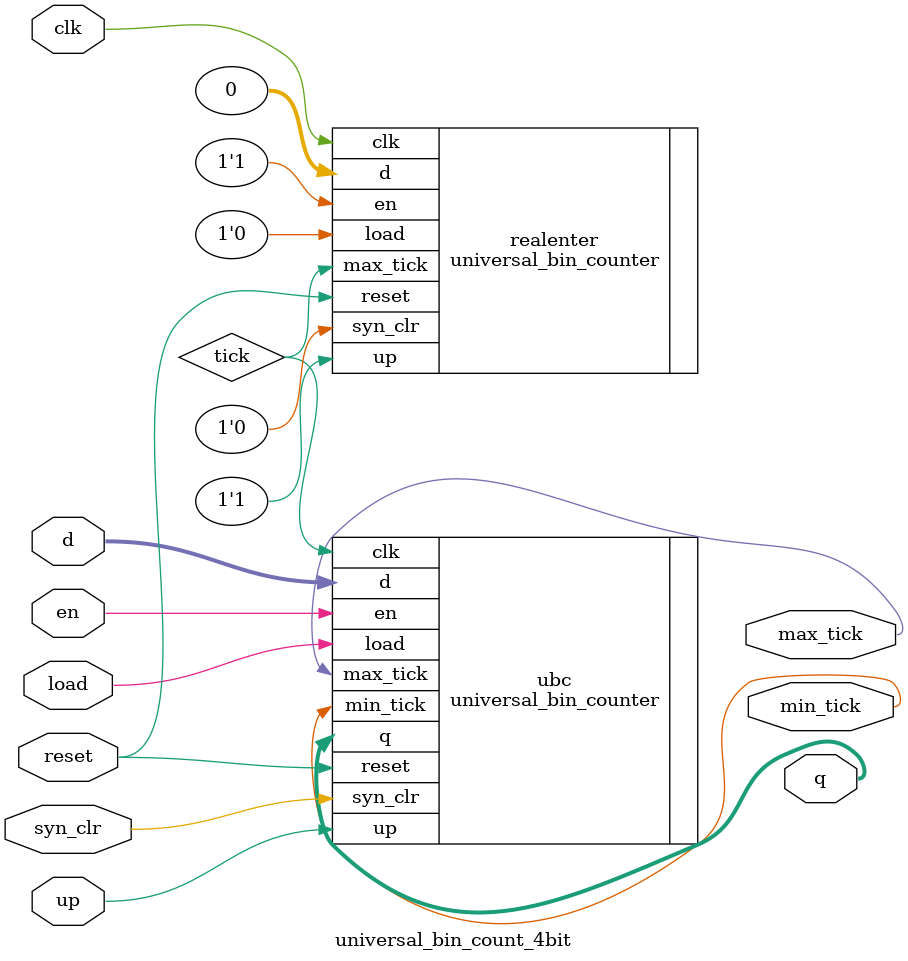
<source format=v>
`timescale 1ns / 1ps
module universal_bin_count_4bit
(
    input wire clk,
	 input wire reset,
    input wire en,
    input wire up,
    input wire[3:0] d,
    input wire syn_clr,
    input wire load,
    output wire max_tick,
    output wire min_tick,
    output wire[3:0] q
    );
	 
	wire tick;
	
	universal_bin_counter #(.N(25)) realenter (
		.clk(clk),
		.reset(reset),
		.en(1'b1),
		.up(1'b1),
		.d(0),
		.syn_clr(1'b0),
		.load(1'b0),
		.max_tick(tick)
	);

	universal_bin_counter #(.N(4)) ubc (
		.clk(tick),
		.reset(reset),
		.en(en),
		.up(up),
		.d(d),
		.syn_clr(syn_clr),
		.load(load),
		.max_tick(max_tick),
		.min_tick(min_tick),
		.q(q)
	);	
	
	
	
endmodule

</source>
